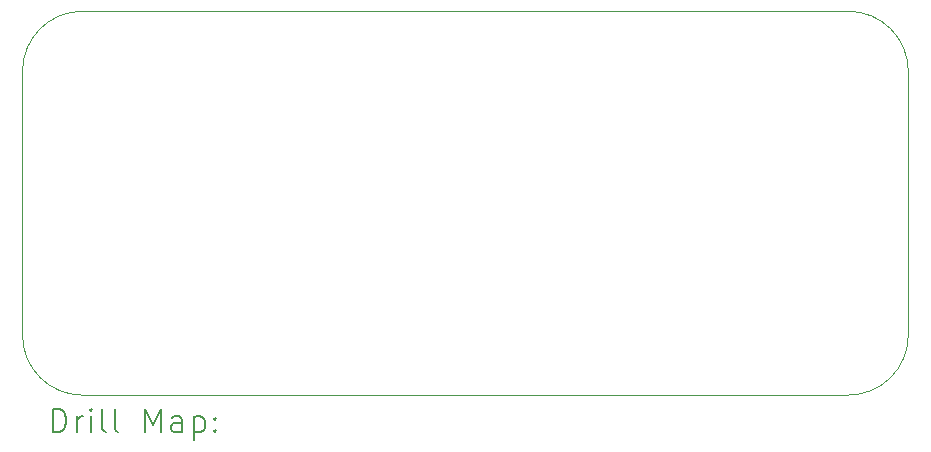
<source format=gbr>
%TF.GenerationSoftware,KiCad,Pcbnew,8.0.1-rc1*%
%TF.CreationDate,2024-04-18T22:38:42-05:00*%
%TF.ProjectId,Emotion LED,456d6f74-696f-46e2-904c-45442e6b6963,rev?*%
%TF.SameCoordinates,Original*%
%TF.FileFunction,Drillmap*%
%TF.FilePolarity,Positive*%
%FSLAX45Y45*%
G04 Gerber Fmt 4.5, Leading zero omitted, Abs format (unit mm)*
G04 Created by KiCad (PCBNEW 8.0.1-rc1) date 2024-04-18 22:38:42*
%MOMM*%
%LPD*%
G01*
G04 APERTURE LIST*
%ADD10C,0.050000*%
%ADD11C,0.200000*%
G04 APERTURE END LIST*
D10*
X10542000Y-5800000D02*
X4058000Y-5800000D01*
X11050000Y-3058000D02*
X11050000Y-5292000D01*
X4058000Y-2550000D02*
X10542000Y-2550000D01*
X3550000Y-5292000D02*
X3550000Y-3058000D01*
X11050000Y-5292000D02*
G75*
G02*
X10542000Y-5800000I-508000J0D01*
G01*
X10542000Y-2550000D02*
G75*
G02*
X11050000Y-3058000I0J-508000D01*
G01*
X4058000Y-5800000D02*
G75*
G02*
X3550000Y-5292000I0J508000D01*
G01*
X3550000Y-3058000D02*
G75*
G02*
X4058000Y-2550000I508000J0D01*
G01*
D11*
X3808277Y-6113984D02*
X3808277Y-5913984D01*
X3808277Y-5913984D02*
X3855896Y-5913984D01*
X3855896Y-5913984D02*
X3884467Y-5923508D01*
X3884467Y-5923508D02*
X3903515Y-5942555D01*
X3903515Y-5942555D02*
X3913039Y-5961603D01*
X3913039Y-5961603D02*
X3922562Y-5999698D01*
X3922562Y-5999698D02*
X3922562Y-6028269D01*
X3922562Y-6028269D02*
X3913039Y-6066365D01*
X3913039Y-6066365D02*
X3903515Y-6085412D01*
X3903515Y-6085412D02*
X3884467Y-6104460D01*
X3884467Y-6104460D02*
X3855896Y-6113984D01*
X3855896Y-6113984D02*
X3808277Y-6113984D01*
X4008277Y-6113984D02*
X4008277Y-5980650D01*
X4008277Y-6018746D02*
X4017801Y-5999698D01*
X4017801Y-5999698D02*
X4027324Y-5990174D01*
X4027324Y-5990174D02*
X4046372Y-5980650D01*
X4046372Y-5980650D02*
X4065420Y-5980650D01*
X4132086Y-6113984D02*
X4132086Y-5980650D01*
X4132086Y-5913984D02*
X4122562Y-5923508D01*
X4122562Y-5923508D02*
X4132086Y-5933031D01*
X4132086Y-5933031D02*
X4141610Y-5923508D01*
X4141610Y-5923508D02*
X4132086Y-5913984D01*
X4132086Y-5913984D02*
X4132086Y-5933031D01*
X4255896Y-6113984D02*
X4236848Y-6104460D01*
X4236848Y-6104460D02*
X4227324Y-6085412D01*
X4227324Y-6085412D02*
X4227324Y-5913984D01*
X4360658Y-6113984D02*
X4341610Y-6104460D01*
X4341610Y-6104460D02*
X4332086Y-6085412D01*
X4332086Y-6085412D02*
X4332086Y-5913984D01*
X4589229Y-6113984D02*
X4589229Y-5913984D01*
X4589229Y-5913984D02*
X4655896Y-6056841D01*
X4655896Y-6056841D02*
X4722563Y-5913984D01*
X4722563Y-5913984D02*
X4722563Y-6113984D01*
X4903515Y-6113984D02*
X4903515Y-6009222D01*
X4903515Y-6009222D02*
X4893991Y-5990174D01*
X4893991Y-5990174D02*
X4874944Y-5980650D01*
X4874944Y-5980650D02*
X4836848Y-5980650D01*
X4836848Y-5980650D02*
X4817801Y-5990174D01*
X4903515Y-6104460D02*
X4884467Y-6113984D01*
X4884467Y-6113984D02*
X4836848Y-6113984D01*
X4836848Y-6113984D02*
X4817801Y-6104460D01*
X4817801Y-6104460D02*
X4808277Y-6085412D01*
X4808277Y-6085412D02*
X4808277Y-6066365D01*
X4808277Y-6066365D02*
X4817801Y-6047317D01*
X4817801Y-6047317D02*
X4836848Y-6037793D01*
X4836848Y-6037793D02*
X4884467Y-6037793D01*
X4884467Y-6037793D02*
X4903515Y-6028269D01*
X4998753Y-5980650D02*
X4998753Y-6180650D01*
X4998753Y-5990174D02*
X5017801Y-5980650D01*
X5017801Y-5980650D02*
X5055896Y-5980650D01*
X5055896Y-5980650D02*
X5074944Y-5990174D01*
X5074944Y-5990174D02*
X5084467Y-5999698D01*
X5084467Y-5999698D02*
X5093991Y-6018746D01*
X5093991Y-6018746D02*
X5093991Y-6075888D01*
X5093991Y-6075888D02*
X5084467Y-6094936D01*
X5084467Y-6094936D02*
X5074944Y-6104460D01*
X5074944Y-6104460D02*
X5055896Y-6113984D01*
X5055896Y-6113984D02*
X5017801Y-6113984D01*
X5017801Y-6113984D02*
X4998753Y-6104460D01*
X5179705Y-6094936D02*
X5189229Y-6104460D01*
X5189229Y-6104460D02*
X5179705Y-6113984D01*
X5179705Y-6113984D02*
X5170182Y-6104460D01*
X5170182Y-6104460D02*
X5179705Y-6094936D01*
X5179705Y-6094936D02*
X5179705Y-6113984D01*
X5179705Y-5990174D02*
X5189229Y-5999698D01*
X5189229Y-5999698D02*
X5179705Y-6009222D01*
X5179705Y-6009222D02*
X5170182Y-5999698D01*
X5170182Y-5999698D02*
X5179705Y-5990174D01*
X5179705Y-5990174D02*
X5179705Y-6009222D01*
M02*

</source>
